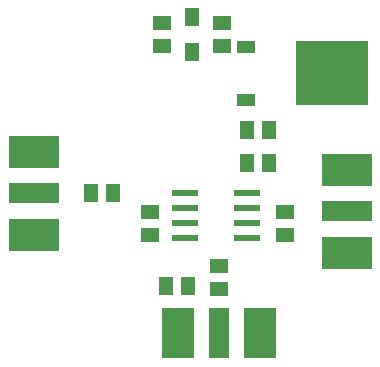
<source format=gbr>
G04 EAGLE Gerber RS-274X export*
G75*
%MOMM*%
%FSLAX34Y34*%
%LPD*%
%INSolderpaste Top*%
%IPPOS*%
%AMOC8*
5,1,8,0,0,1.08239X$1,22.5*%
G01*
%ADD10R,1.500000X1.300000*%
%ADD11R,1.300000X1.500000*%
%ADD12R,1.200000X1.500000*%
%ADD13R,6.200000X5.400000*%
%ADD14R,1.600000X1.000000*%
%ADD15R,2.200000X0.600000*%
%ADD16R,1.778000X4.191000*%
%ADD17R,2.667000X4.191000*%
%ADD18R,4.191000X1.778000*%
%ADD19R,4.191000X2.667000*%
%ADD20R,1.300000X1.600000*%


D10*
X139700Y274980D03*
X139700Y293980D03*
X190500Y293980D03*
X190500Y274980D03*
D11*
X98400Y149860D03*
X79400Y149860D03*
X230480Y203200D03*
X211480Y203200D03*
D10*
X129540Y114960D03*
X129540Y133960D03*
X187960Y88240D03*
X187960Y69240D03*
D11*
X230480Y175260D03*
X211480Y175260D03*
D10*
X243840Y133960D03*
X243840Y114960D03*
D12*
X165100Y269980D03*
X165100Y298980D03*
D13*
X284080Y251460D03*
D14*
X211080Y274260D03*
X211080Y228660D03*
D15*
X159420Y137160D03*
X211420Y137160D03*
X159420Y149860D03*
X159420Y124460D03*
X159420Y111760D03*
X211420Y149860D03*
X211420Y124460D03*
X211420Y111760D03*
D16*
X187960Y31314D03*
D17*
X153014Y31314D03*
X222906Y31314D03*
D18*
X31314Y149860D03*
D19*
X31314Y184806D03*
X31314Y114914D03*
D18*
X296346Y134620D03*
D19*
X296346Y99674D03*
X296346Y169566D03*
D20*
X142900Y71120D03*
X161900Y71120D03*
M02*

</source>
